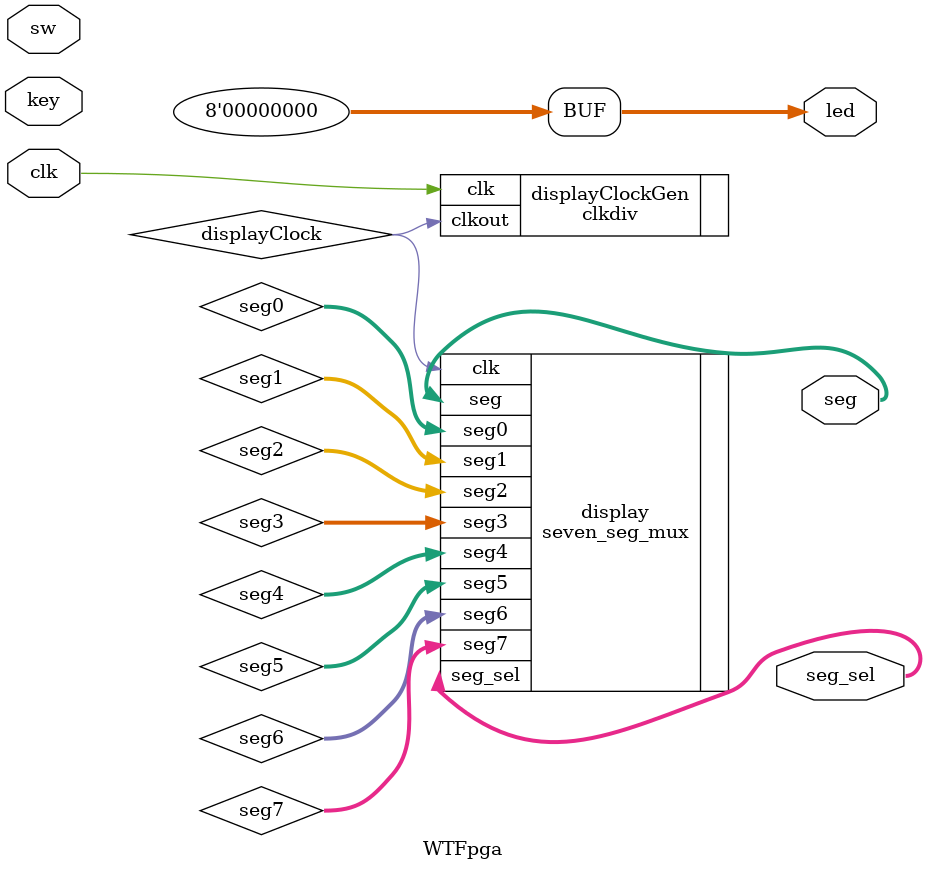
<source format=v>
`timescale 1ns / 1ps
module WTFpga(
	input clk,
	input [7:0] sw,
	input [3:0] key,
	output [7:0] led,
	output [7:0] seg,
	output [7:0] seg_sel
    );

//define wires and registers here
	wire [7:0] seg0,seg1,seg2,seg3,seg4,seg5,seg6,seg7;
	
//parallel assignments can go here
	assign led=8'b0;

//always @ blocks can go here
//	always @(sensitivity list)
//		commmands-to-run-when-triggered;

//instantiate modules here
	nibble_to_seven_seg nibbleLow(
		.nibblein(),
		.segout()
	);	 
	 
	clkdiv displayClockGen(
		.clk(clk),
		.clkout(displayClock)
	);

	seven_seg_mux display(
		.clk(displayClock),
		.seg0(seg0),
		.seg1(seg1),
		.seg2(seg2),
		.seg3(seg3),
		.seg4(seg4),
		.seg5(seg5),
		.seg6(seg6),
		.seg7(seg7),
		.seg(seg),
		.seg_sel(seg_sel)
	);


endmodule

</source>
